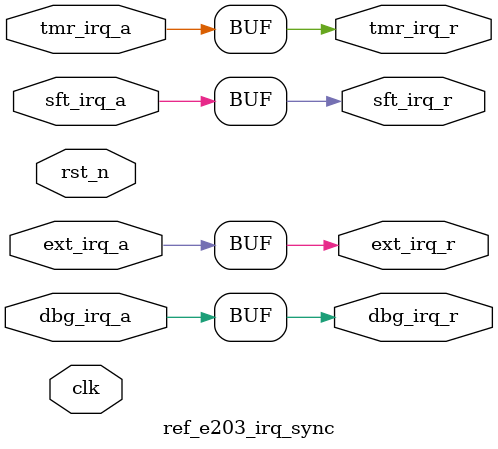
<source format=sv>
 /*                                                                      
 Copyright 2018-2020 Nuclei System Technology, Inc.                
                                                                         
 Licensed under the Apache License, Version 2.0 (the "License");         
 you may not use this file except in compliance with the License.        
 You may obtain a copy of the License at                                 
                                                                         
     http://www.apache.org/licenses/LICENSE-2.0                          
                                                                         
  Unless required by applicable law or agreed to in writing, software    
 distributed under the License is distributed on an "AS IS" BASIS,       
 WITHOUT WARRANTIES OR CONDITIONS OF ANY KIND, either express or implied.
 See the License for the specific language governing permissions and     
 limitations under the License.                                          
 */                                                                      
                                                                         
                                                                         
                                                                         
//=====================================================================
// Designer   : Bob Hu
//
// Description:
//  The IRQ and Event Sync module
//
// ====================================================================

`include "e203_defines.v"

module ref_e203_irq_sync #(
  parameter MASTER = 1 
) (
  input  clk,    
  input  rst_n,   

  input  ext_irq_a,
  input  sft_irq_a,
  input  tmr_irq_a,
  input  dbg_irq_a,

  output ext_irq_r,
  output sft_irq_r,
  output tmr_irq_r,
  output dbg_irq_r 
);
generate 
  if(MASTER == 1) begin:master_gen
      `ifndef E203_HAS_LOCKSTEP//{
      `ifdef E203_IRQ_NEED_SYNC//{
      sirv_gnrl_sync # (
        .DP(`E203_ASYNC_FF_LEVELS),
        .DW(1)
      ) u_dbg_irq_sync(
          .din_a    (dbg_irq_a),
          .dout     (dbg_irq_r),
          .clk      (clk  ),
          .rst_n    (rst_n) 
      );
      
      
      sirv_gnrl_sync # (
        .DP(`E203_ASYNC_FF_LEVELS),
        .DW(1)
      ) u_ext_irq_sync(
          .din_a    (ext_irq_a),
          .dout     (ext_irq_r),
          .clk      (clk  ),
          .rst_n    (rst_n) 
      );
      
      sirv_gnrl_sync # (
        .DP(`E203_ASYNC_FF_LEVELS),
        .DW(1)
      ) u_sft_irq_sync(
          .din_a    (sft_irq_a),
          .dout     (sft_irq_r),
          .clk      (clk  ),
          .rst_n    (rst_n) 
      );
      
      sirv_gnrl_sync # (
        .DP(`E203_ASYNC_FF_LEVELS),
        .DW(1)
      ) u_tmr_irq_sync(
          .din_a    (tmr_irq_a),
          .dout     (tmr_irq_r),
          .clk      (clk  ),
          .rst_n    (rst_n) 
      );
      `else//}{
        assign ext_irq_r = ext_irq_a;
        assign sft_irq_r = sft_irq_a;
        assign tmr_irq_r = tmr_irq_a;
        assign dbg_irq_r = dbg_irq_a;
      `endif//}
      `endif//}
      
      
  end
  else begin:slave_gen
         // Just pass through for slave in lockstep mode
     assign ext_irq_r = ext_irq_a;
     assign sft_irq_r = sft_irq_a;
     assign tmr_irq_r = tmr_irq_a;
     assign dbg_irq_r = dbg_irq_a;
   
  end
endgenerate


endmodule


</source>
